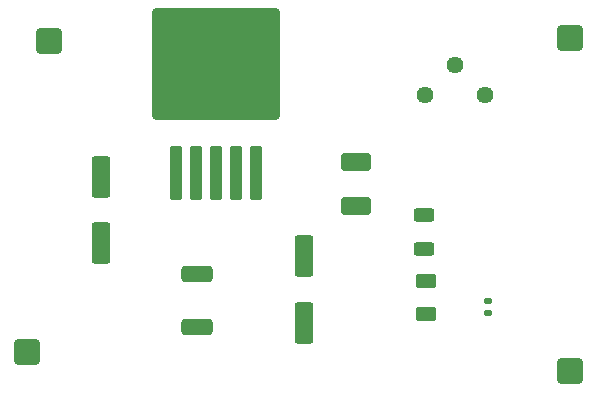
<source format=gbr>
%TF.GenerationSoftware,KiCad,Pcbnew,9.0.3*%
%TF.CreationDate,2025-07-23T14:40:10+05:30*%
%TF.ProjectId,buck_converter,6275636b-5f63-46f6-9e76-65727465722e,rev?*%
%TF.SameCoordinates,Original*%
%TF.FileFunction,Soldermask,Top*%
%TF.FilePolarity,Negative*%
%FSLAX46Y46*%
G04 Gerber Fmt 4.6, Leading zero omitted, Abs format (unit mm)*
G04 Created by KiCad (PCBNEW 9.0.3) date 2025-07-23 14:40:10*
%MOMM*%
%LPD*%
G01*
G04 APERTURE LIST*
G04 Aperture macros list*
%AMRoundRect*
0 Rectangle with rounded corners*
0 $1 Rounding radius*
0 $2 $3 $4 $5 $6 $7 $8 $9 X,Y pos of 4 corners*
0 Add a 4 corners polygon primitive as box body*
4,1,4,$2,$3,$4,$5,$6,$7,$8,$9,$2,$3,0*
0 Add four circle primitives for the rounded corners*
1,1,$1+$1,$2,$3*
1,1,$1+$1,$4,$5*
1,1,$1+$1,$6,$7*
1,1,$1+$1,$8,$9*
0 Add four rect primitives between the rounded corners*
20,1,$1+$1,$2,$3,$4,$5,0*
20,1,$1+$1,$4,$5,$6,$7,0*
20,1,$1+$1,$6,$7,$8,$9,0*
20,1,$1+$1,$8,$9,$2,$3,0*%
G04 Aperture macros list end*
%ADD10C,1.440000*%
%ADD11RoundRect,0.250000X-0.825000X-0.825000X0.825000X-0.825000X0.825000X0.825000X-0.825000X0.825000X0*%
%ADD12RoundRect,0.250000X-1.075000X0.425000X-1.075000X-0.425000X1.075000X-0.425000X1.075000X0.425000X0*%
%ADD13RoundRect,0.250000X0.300000X-2.050000X0.300000X2.050000X-0.300000X2.050000X-0.300000X-2.050000X0*%
%ADD14RoundRect,0.250002X5.149998X-4.449998X5.149998X4.449998X-5.149998X4.449998X-5.149998X-4.449998X0*%
%ADD15RoundRect,0.250000X-0.625000X0.312500X-0.625000X-0.312500X0.625000X-0.312500X0.625000X0.312500X0*%
%ADD16RoundRect,0.135000X-0.185000X0.135000X-0.185000X-0.135000X0.185000X-0.135000X0.185000X0.135000X0*%
%ADD17RoundRect,0.250001X-0.999999X0.499999X-0.999999X-0.499999X0.999999X-0.499999X0.999999X0.499999X0*%
%ADD18RoundRect,0.250000X0.625000X-0.375000X0.625000X0.375000X-0.625000X0.375000X-0.625000X-0.375000X0*%
%ADD19RoundRect,0.250000X-0.550000X1.500000X-0.550000X-1.500000X0.550000X-1.500000X0.550000X1.500000X0*%
G04 APERTURE END LIST*
D10*
%TO.C,RV1*%
X118220000Y-73100000D03*
X120760000Y-70560000D03*
X123300000Y-73100000D03*
%TD*%
D11*
%TO.C,J4*%
X130500000Y-96500000D03*
%TD*%
%TO.C,J3*%
X130500000Y-68300000D03*
%TD*%
%TO.C,J2*%
X84500000Y-94900000D03*
%TD*%
%TO.C,J1*%
X86400000Y-68600000D03*
%TD*%
D12*
%TO.C,D1*%
X98900000Y-88300000D03*
X98900000Y-92800000D03*
%TD*%
D13*
%TO.C,U1*%
X97100000Y-79700000D03*
X98800000Y-79700000D03*
X100500000Y-79700000D03*
D14*
X100500000Y-70550000D03*
D13*
X102200000Y-79700000D03*
X103900000Y-79700000D03*
%TD*%
D15*
%TO.C,R5*%
X118100000Y-83275000D03*
X118100000Y-86200000D03*
%TD*%
D16*
%TO.C,R4*%
X123500000Y-90580000D03*
X123500000Y-91600000D03*
%TD*%
D17*
%TO.C,L1*%
X112400000Y-78800000D03*
X112400000Y-82500000D03*
%TD*%
D18*
%TO.C,D2*%
X118300000Y-91700000D03*
X118300000Y-88900000D03*
%TD*%
D19*
%TO.C,C2*%
X108000000Y-86800000D03*
X108000000Y-92400000D03*
%TD*%
%TO.C,C1*%
X90800000Y-80100000D03*
X90800000Y-85700000D03*
%TD*%
M02*

</source>
